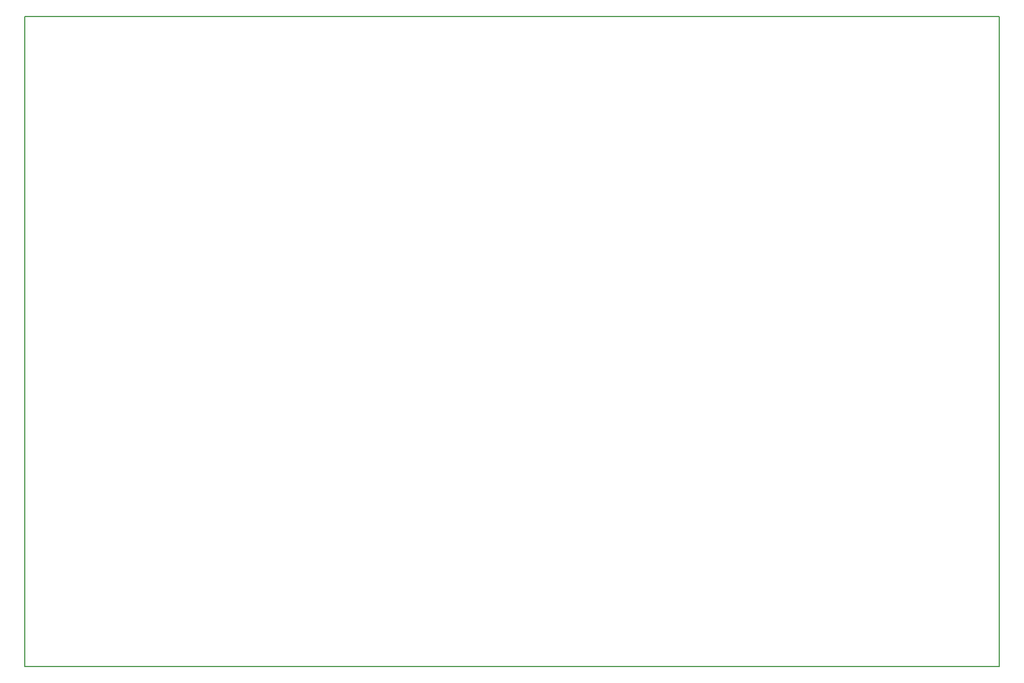
<source format=gm1>
%TF.GenerationSoftware,KiCad,Pcbnew,(5.1.5)-3*%
%TF.CreationDate,2021-12-07T14:42:13+01:00*%
%TF.ProjectId,LPF,4c50462e-6b69-4636-9164-5f7063625858,rev?*%
%TF.SameCoordinates,Original*%
%TF.FileFunction,Profile,NP*%
%FSLAX46Y46*%
G04 Gerber Fmt 4.6, Leading zero omitted, Abs format (unit mm)*
G04 Created by KiCad (PCBNEW (5.1.5)-3) date 2021-12-07 14:42:13*
%MOMM*%
%LPD*%
G04 APERTURE LIST*
%ADD10C,0.150000*%
G04 APERTURE END LIST*
D10*
X58250000Y-39500000D02*
X208250000Y-39500000D01*
X58250000Y-139500000D02*
X58250000Y-39500000D01*
X208250000Y-139500000D02*
X58250000Y-139500000D01*
X208250000Y-39500000D02*
X208250000Y-139500000D01*
M02*

</source>
